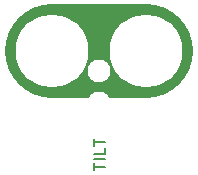
<source format=gto>
%TF.GenerationSoftware,KiCad,Pcbnew,4.0.5-e0-6337~49~ubuntu16.04.1*%
%TF.CreationDate,2017-05-23T16:40:37-07:00*%
%TF.ProjectId,2x2-Tilt-Switch-TH,3278322D54696C742D5377697463682D,v1.1*%
%TF.FileFunction,Legend,Top*%
%FSLAX46Y46*%
G04 Gerber Fmt 4.6, Leading zero omitted, Abs format (unit mm)*
G04 Created by KiCad (PCBNEW 4.0.5-e0-6337~49~ubuntu16.04.1) date Tue May 23 16:40:37 2017*
%MOMM*%
%LPD*%
G01*
G04 APERTURE LIST*
%ADD10C,0.350000*%
%ADD11C,8.000000*%
%ADD12C,0.150000*%
%ADD13C,1.930400*%
%ADD14C,6.152400*%
G04 APERTURE END LIST*
D10*
D11*
X4476480Y-22012640D02*
X12476480Y-22012640D01*
D12*
X6976480Y-23782640D02*
X9976480Y-23782640D01*
X7992861Y-32084164D02*
X7992861Y-31512735D01*
X8992861Y-31798450D02*
X7992861Y-31798450D01*
X8992861Y-31179402D02*
X7992861Y-31179402D01*
X8992861Y-30227021D02*
X8992861Y-30703212D01*
X7992861Y-30703212D01*
X7992861Y-30036545D02*
X7992861Y-29465116D01*
X8992861Y-29750831D02*
X7992861Y-29750831D01*
%LPC*%
D13*
X8476480Y-23726140D03*
X8476980Y-26456640D03*
D14*
X4476480Y-30012640D03*
X4476480Y-22012640D03*
X12476480Y-22012640D03*
X12476480Y-30012640D03*
M02*

</source>
